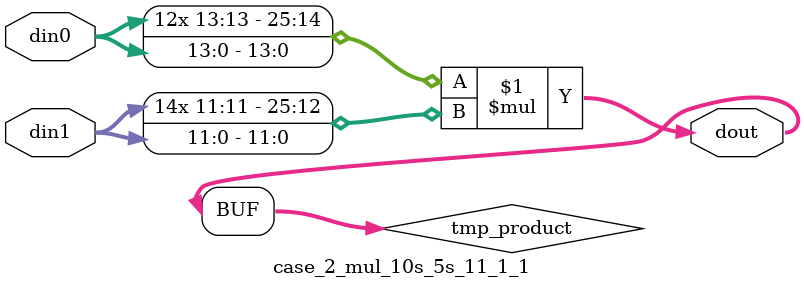
<source format=v>

`timescale 1 ns / 1 ps

 module case_2_mul_10s_5s_11_1_1(din0, din1, dout);
parameter ID = 1;
parameter NUM_STAGE = 0;
parameter din0_WIDTH = 14;
parameter din1_WIDTH = 12;
parameter dout_WIDTH = 26;

input [din0_WIDTH - 1 : 0] din0; 
input [din1_WIDTH - 1 : 0] din1; 
output [dout_WIDTH - 1 : 0] dout;

wire signed [dout_WIDTH - 1 : 0] tmp_product;



























assign tmp_product = $signed(din0) * $signed(din1);








assign dout = tmp_product;





















endmodule

</source>
